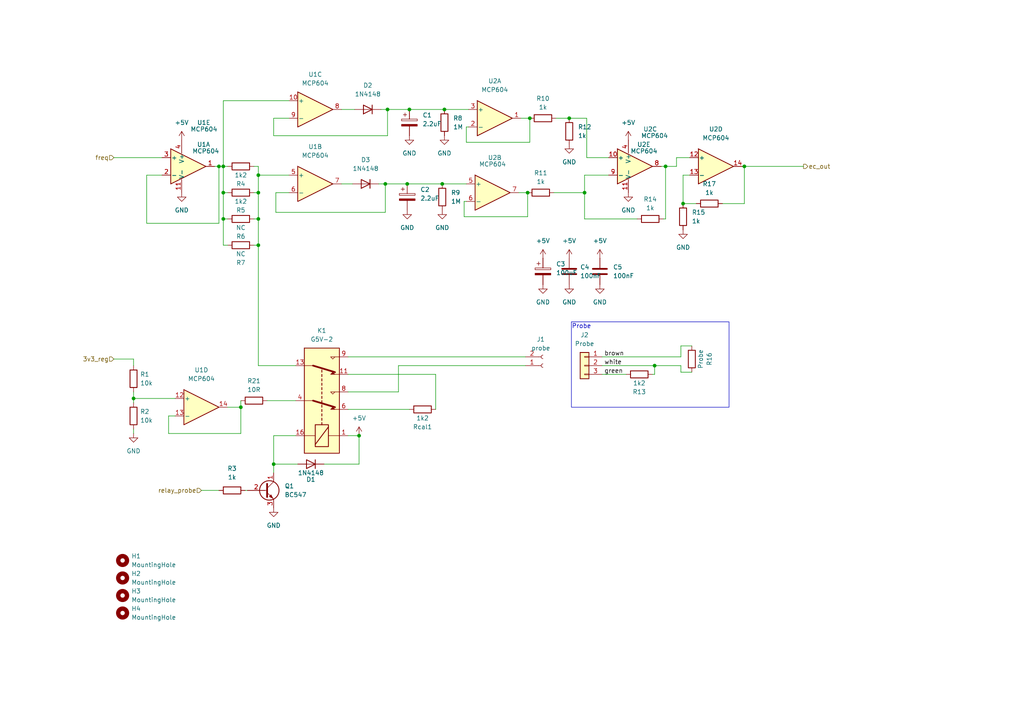
<source format=kicad_sch>
(kicad_sch (version 20231120) (generator "eeschema") (generator_version "8.0")
  (paper "A4")
  (lib_symbols
    (symbol "Amplifier_Operational:MCP604" (pin_names (offset 0.127))
      (property "Reference" "U" (at 0 5.08 0))
      (property "Value" "MCP604" (at 0 -5.08 0))
      (symbol "MCP604_1_1"
        (polyline (pts (xy -5.08 5.08) (xy 5.08 0) (xy -5.08 -5.08) (xy -5.08 5.08)) (stroke (width 0.254)) (fill (type background)))
        (pin output line (at 7.62 0 180) (length 2.54) (name "~") (number "1"))
        (pin input line (at -7.62 -2.54 0) (length 2.54) (name "-") (number "2"))
        (pin input line (at -7.62 2.54 0) (length 2.54) (name "+") (number "3"))
      )
      (symbol "MCP604_2_1"
        (polyline (pts (xy -5.08 5.08) (xy 5.08 0) (xy -5.08 -5.08) (xy -5.08 5.08)) (stroke (width 0.254)) (fill (type background)))
        (pin input line (at -7.62 2.54 0) (length 2.54) (name "+") (number "5"))
        (pin input line (at -7.62 -2.54 0) (length 2.54) (name "-") (number "6"))
        (pin output line (at 7.62 0 180) (length 2.54) (name "~") (number "7"))
      )
      (symbol "MCP604_3_1"
        (polyline (pts (xy -5.08 5.08) (xy 5.08 0) (xy -5.08 -5.08) (xy -5.08 5.08)) (stroke (width 0.254)) (fill (type background)))
        (pin input line (at -7.62 2.54 0) (length 2.54) (name "+") (number "10"))
        (pin output line (at 7.62 0 180) (length 2.54) (name "~") (number "8"))
        (pin input line (at -7.62 -2.54 0) (length 2.54) (name "-") (number "9"))
      )
      (symbol "MCP604_4_1"
        (polyline (pts (xy -5.08 5.08) (xy 5.08 0) (xy -5.08 -5.08) (xy -5.08 5.08)) (stroke (width 0.254)) (fill (type background)))
        (pin input line (at -7.62 2.54 0) (length 2.54) (name "+") (number "12"))
        (pin input line (at -7.62 -2.54 0) (length 2.54) (name "-") (number "13"))
        (pin output line (at 7.62 0 180) (length 2.54) (name "~") (number "14"))
      )
      (symbol "MCP604_5_1"
        (pin power_in line (at -2.54 -7.62 90) (length 3.81) (name "V-") (number "11"))
        (pin power_in line (at -2.54 7.62 270) (length 3.81) (name "V+") (number "4"))
      )
    )
    (symbol "Connector:Conn_01x02_Female" (pin_names (offset 1.016) hide)
      (property "Reference" "J" (at 0 2.54 0))
      (property "Value" "Conn_01x02_Female" (at 0 -5.08 0))
      (symbol "Conn_01x02_Female_1_1"
        (arc (start 0 -2.032) (mid -0.5058 -2.54) (end 0 -3.048) (stroke (width 0.1524)))
        (polyline (pts (xy -1.27 -2.54) (xy -0.508 -2.54)) (stroke (width 0.1524)))
        (polyline (pts (xy -1.27 0) (xy -0.508 0)) (stroke (width 0.1524)))
        (arc (start 0 0.508) (mid -0.5058 0) (end 0 -0.508) (stroke (width 0.1524)))
        (pin passive line (at -5.08 0 0) (length 3.81) (name "Pin_1") (number "1"))
        (pin passive line (at -5.08 -2.54 0) (length 3.81) (name "Pin_2") (number "2"))
      )
    )
    (symbol "Connector_Generic:Conn_01x03" (pin_names (offset 1.016) hide)
      (property "Reference" "J" (at 0 5.08 0))
      (property "Value" "Conn_01x03" (at 0 -5.08 0))
      (symbol "Conn_01x03_1_1"
        (rectangle (start -1.27 -2.413) (end 0 -2.667) (stroke (width 0.1524)))
        (rectangle (start -1.27 0.127) (end 0 -0.127) (stroke (width 0.1524)))
        (rectangle (start -1.27 2.667) (end 0 2.413) (stroke (width 0.1524)))
        (rectangle (start -1.27 3.81) (end 1.27 -3.81) (stroke (width 0.254)) (fill (type background)))
        (pin passive line (at -5.08 2.54 0) (length 3.81) (name "Pin_1") (number "1"))
        (pin passive line (at -5.08 0 0) (length 3.81) (name "Pin_2") (number "2"))
        (pin passive line (at -5.08 -2.54 0) (length 3.81) (name "Pin_3") (number "3"))
      )
    )
    (symbol "Device:C" (pin_numbers hide) (pin_names (offset 0.254))
      (property "Reference" "C" (at 0.635 2.54 0))
      (property "Value" "C" (at 0.635 -2.54 0))
      (symbol "C_0_1"
        (polyline (pts (xy -2.032 -0.762) (xy 2.032 -0.762)) (stroke (width 0.508)))
        (polyline (pts (xy -2.032 0.762) (xy 2.032 0.762)) (stroke (width 0.508)))
      )
      (symbol "C_1_1"
        (pin passive line (at 0 3.81 270) (length 2.794) (name "~") (number "1"))
        (pin passive line (at 0 -3.81 90) (length 2.794) (name "~") (number "2"))
      )
    )
    (symbol "Device:C_Polarized" (pin_numbers hide) (pin_names (offset 0.254))
      (property "Reference" "C" (at 0.635 2.54 0))
      (property "Value" "C_Polarized" (at 0.635 -2.54 0))
      (symbol "C_Polarized_0_1"
        (rectangle (start -2.286 0.508) (end 2.286 1.016))
        (polyline (pts (xy -1.778 2.286) (xy -0.762 2.286)))
        (polyline (pts (xy -1.27 2.794) (xy -1.27 1.778)))
        (rectangle (start 2.286 -0.508) (end -2.286 -1.016) (fill (type outline)))
      )
      (symbol "C_Polarized_1_1"
        (pin passive line (at 0 3.81 270) (length 2.794) (name "~") (number "1"))
        (pin passive line (at 0 -3.81 90) (length 2.794) (name "~") (number "2"))
      )
    )
    (symbol "Device:R" (pin_numbers hide) (pin_names (offset 0))
      (property "Reference" "R" (at 2.032 0 90))
      (property "Value" "R" (at 0 0 90))
      (symbol "R_0_1"
        (rectangle (start -1.016 -2.54) (end 1.016 2.54) (stroke (width 0.254)))
      )
      (symbol "R_1_1"
        (pin passive line (at 0 3.81 270) (length 1.27) (name "~") (number "1"))
        (pin passive line (at 0 -3.81 90) (length 1.27) (name "~") (number "2"))
      )
    )
    (symbol "Diode:1N4148" (pin_numbers hide) (pin_names hide)
      (property "Reference" "D" (at 0 2.54 0))
      (property "Value" "1N4148" (at 0 -2.54 0))
      (symbol "1N4148_0_1"
        (polyline (pts (xy -1.27 1.27) (xy -1.27 -1.27)) (stroke (width 0.254)))
        (polyline (pts (xy 1.27 0) (xy -1.27 0)))
        (polyline (pts (xy 1.27 1.27) (xy 1.27 -1.27) (xy -1.27 0) (xy 1.27 1.27)) (stroke (width 0.254)))
      )
      (symbol "1N4148_1_1"
        (pin passive line (at -3.81 0 0) (length 2.54) (name "K") (number "1"))
        (pin passive line (at 3.81 0 180) (length 2.54) (name "A") (number "2"))
      )
    )
    (symbol "Mechanical:MountingHole" (pin_names (offset 1.016)) (exclude_from_sim yes) (in_bom no)
      (property "Reference" "H" (at 0 5.08 0))
      (property "Value" "MountingHole" (at 0 3.175 0))
      (symbol "MountingHole_0_1"
        (circle (center 0 0) (radius 1.27) (stroke (width 1.27)))
      )
    )
    (symbol "Relay:G5V-2"
      (property "Reference" "K" (at 16.51 3.81 0))
      (property "Value" "G5V-2" (at 16.51 1.27 0))
      (symbol "G5V-2_0_1"
        (rectangle (start -15.24 5.08) (end 15.24 -5.08) (stroke (width 0.254)) (fill (type background)))
        (rectangle (start -13.335 1.905) (end -6.985 -1.905) (stroke (width 0.254)))
        (polyline (pts (xy -12.7 -1.905) (xy -7.62 1.905)) (stroke (width 0.254)))
        (polyline (pts (xy -10.16 -5.08) (xy -10.16 -1.905)))
        (polyline (pts (xy -10.16 5.08) (xy -10.16 1.905)))
        (polyline (pts (xy -6.985 0) (xy -6.35 0)) (stroke (width 0.254)))
        (polyline (pts (xy -5.715 0) (xy -5.08 0)) (stroke (width 0.254)))
        (polyline (pts (xy -4.445 0) (xy -3.81 0)) (stroke (width 0.254)))
        (polyline (pts (xy -3.175 0) (xy -2.54 0)) (stroke (width 0.254)))
        (polyline (pts (xy -1.905 0) (xy -1.27 0)) (stroke (width 0.254)))
        (polyline (pts (xy -0.635 0) (xy 0 0)) (stroke (width 0.254)))
        (polyline (pts (xy 0 -2.54) (xy -1.905 3.81)) (stroke (width 0.508)))
        (polyline (pts (xy 0 -2.54) (xy 0 -5.08)))
        (polyline (pts (xy 0.635 0) (xy 1.27 0)) (stroke (width 0.254)))
        (polyline (pts (xy 1.905 0) (xy 2.54 0)) (stroke (width 0.254)))
        (polyline (pts (xy 3.175 0) (xy 3.81 0)) (stroke (width 0.254)))
        (polyline (pts (xy 4.445 0) (xy 5.08 0)) (stroke (width 0.254)))
        (polyline (pts (xy 5.715 0) (xy 6.35 0)) (stroke (width 0.254)))
        (polyline (pts (xy 6.985 0) (xy 7.62 0)) (stroke (width 0.254)))
        (polyline (pts (xy 8.255 0) (xy 8.89 0)) (stroke (width 0.254)))
        (polyline (pts (xy 10.16 -2.54) (xy 8.255 3.81)) (stroke (width 0.508)))
        (polyline (pts (xy 10.16 -2.54) (xy 10.16 -5.08)))
        (polyline (pts (xy -2.54 5.08) (xy -2.54 2.54) (xy -1.905 3.175) (xy -2.54 3.81)) (fill (type outline)))
        (polyline (pts (xy 2.54 5.08) (xy 2.54 2.54) (xy 1.905 3.175) (xy 2.54 3.81)))
        (polyline (pts (xy 7.62 5.08) (xy 7.62 2.54) (xy 8.255 3.175) (xy 7.62 3.81)) (fill (type outline)))
        (polyline (pts (xy 12.7 5.08) (xy 12.7 2.54) (xy 12.065 3.175) (xy 12.7 3.81)))
      )
      (symbol "G5V-2_1_1"
        (pin passive line (at -10.16 7.62 270) (length 2.54) (name "~") (number "1"))
        (pin passive line (at 7.62 7.62 270) (length 2.54) (name "~") (number "11"))
        (pin passive line (at 10.16 -7.62 90) (length 2.54) (name "~") (number "13"))
        (pin passive line (at -10.16 -7.62 90) (length 2.54) (name "~") (number "16"))
        (pin passive line (at 0 -7.62 90) (length 2.54) (name "~") (number "4"))
        (pin passive line (at -2.54 7.62 270) (length 2.54) (name "~") (number "6"))
        (pin passive line (at 2.54 7.62 270) (length 2.54) (name "~") (number "8"))
        (pin passive line (at 12.7 7.62 270) (length 2.54) (name "~") (number "9"))
      )
    )
    (symbol "Transistor_BJT:BC547" (pin_names (offset 0) hide)
      (property "Reference" "Q" (at 5.08 1.905 0))
      (property "Value" "BC547" (at 5.08 0 0))
      (symbol "BC547_0_1"
        (polyline (pts (xy 0 0) (xy 0.635 0)))
        (polyline (pts (xy 0.635 0.635) (xy 2.54 2.54)))
        (polyline (pts (xy 0.635 -0.635) (xy 2.54 -2.54) (xy 2.54 -2.54)))
        (polyline (pts (xy 0.635 1.905) (xy 0.635 -1.905) (xy 0.635 -1.905)) (stroke (width 0.508)))
        (polyline (pts (xy 1.27 -1.778) (xy 1.778 -1.27) (xy 2.286 -2.286) (xy 1.27 -1.778) (xy 1.27 -1.778)) (fill (type outline)))
        (circle (center 1.27 0) (radius 2.8194) (stroke (width 0.254)))
      )
      (symbol "BC547_1_1"
        (pin passive line (at 2.54 5.08 270) (length 2.54) (name "C") (number "1"))
        (pin input line (at -5.08 0 0) (length 5.08) (name "B") (number "2"))
        (pin passive line (at 2.54 -5.08 90) (length 2.54) (name "E") (number "3"))
      )
    )
    (symbol "power:+5V" (power) (pin_numbers hide) (pin_names (offset 0) hide)
      (property "Value" "+5V" (at 0 3.556 0))
      (symbol "+5V_0_1"
        (polyline (pts (xy -0.762 1.27) (xy 0 2.54)))
        (polyline (pts (xy 0 0) (xy 0 2.54)))
        (polyline (pts (xy 0 2.54) (xy 0.762 1.27)))
      )
      (symbol "+5V_1_1"
        (pin power_in line (at 0 0 90) (length 0) (name "~") (number "1"))
      )
    )
    (symbol "power:GND" (power) (pin_names (offset 0))
      (property "Value" "GND" (at 0 -3.81 0))
      (symbol "GND_0_1"
        (polyline (pts (xy 0 0) (xy 0 -1.27) (xy 1.27 -1.27) (xy 0 -2.54) (xy -1.27 -1.27) (xy 0 -1.27)))
      )
      (symbol "GND_1_1"
        (pin power_in line (at 0 0 270) (length 0) hide (name "GND") (number "1"))
      )
    )
  )
  (junction (at 111.76 53.34))
  (junction (at 69.85 118.11))
  (junction (at 74.93 71.12))
  (junction (at 38.735 115.57))
  (junction (at 169.545 55.88))
  (junction (at 74.93 50.8))
  (junction (at 74.93 63.5))
  (junction (at 128.27 53.34))
  (junction (at 64.77 48.26))
  (junction (at 128.905 31.75))
  (junction (at 153.67 34.29))
  (junction (at 64.77 63.5))
  (junction (at 64.77 55.88))
  (junction (at 63.5 48.26))
  (junction (at 198.12 59.055))
  (junction (at 189.865 106.045))
  (junction (at 215.9 48.26))
  (junction (at 118.11 53.34))
  (junction (at 74.93 55.88))
  (junction (at 104.14 126.365))
  (junction (at 112.395 31.75))
  (junction (at 193.04 48.26))
  (junction (at 118.745 31.75))
  (junction (at 153.035 55.88))
  (junction (at 79.375 134.62))
  (junction (at 165.1 34.29))
  (wire (pts (xy 38.735 115.57) (xy 38.735 116.84)))
  (wire (pts (xy 165.1 34.29) (xy 170.18 34.29)))
  (wire (pts (xy 79.375 34.29) (xy 79.375 39.37)))
  (wire (pts (xy 77.47 116.205) (xy 85.725 116.205)))
  (wire (pts (xy 74.93 48.26) (xy 74.93 50.8)))
  (wire (pts (xy 193.04 48.26) (xy 196.215 48.26)))
  (wire (pts (xy 58.42 142.24) (xy 63.5 142.24)))
  (wire (pts (xy 118.745 31.75) (xy 128.905 31.75)))
  (wire (pts (xy 150.495 55.88) (xy 153.035 55.88)))
  (wire (pts (xy 74.93 50.8) (xy 74.93 55.88)))
  (wire (pts (xy 64.77 63.5) (xy 64.77 55.88)))
  (wire (pts (xy 99.06 31.75) (xy 102.87 31.75)))
  (wire (pts (xy 80.01 61.595) (xy 80.01 55.88)))
  (wire (pts (xy 196.215 45.72) (xy 200.025 45.72)))
  (wire (pts (xy 42.545 64.77) (xy 42.545 50.8)))
  (wire (pts (xy 62.23 48.26) (xy 63.5 48.26)))
  (wire (pts (xy 112.395 31.75) (xy 118.745 31.75)))
  (wire (pts (xy 66.04 118.11) (xy 69.85 118.11)))
  (wire (pts (xy 66.04 71.12) (xy 64.77 71.12)))
  (wire (pts (xy 192.405 63.5) (xy 193.04 63.5)))
  (wire (pts (xy 126.365 108.585) (xy 126.365 118.745)))
  (wire (pts (xy 48.895 125.73) (xy 48.895 120.65)))
  (wire (pts (xy 63.5 48.26) (xy 63.5 64.77)))
  (wire (pts (xy 100.965 103.505) (xy 152.4 103.505)))
  (wire (pts (xy 42.545 50.8) (xy 46.99 50.8)))
  (wire (pts (xy 170.18 34.29) (xy 170.18 45.72)))
  (wire (pts (xy 79.375 39.37) (xy 112.395 39.37)))
  (wire (pts (xy 64.77 71.12) (xy 64.77 63.5)))
  (wire (pts (xy 153.035 55.88) (xy 153.035 62.865)))
  (wire (pts (xy 80.01 55.88) (xy 83.82 55.88)))
  (wire (pts (xy 115.57 106.045) (xy 115.57 113.665)))
  (wire (pts (xy 69.85 116.205) (xy 69.85 118.11)))
  (wire (pts (xy 197.485 107.95) (xy 200.66 107.95)))
  (wire (pts (xy 128.27 53.34) (xy 135.255 53.34)))
  (wire (pts (xy 100.965 108.585) (xy 126.365 108.585)))
  (wire (pts (xy 63.5 48.26) (xy 64.77 48.26)))
  (wire (pts (xy 83.82 50.8) (xy 74.93 50.8)))
  (wire (pts (xy 197.485 106.045) (xy 197.485 107.95)))
  (wire (pts (xy 79.375 137.16) (xy 79.375 134.62)))
  (wire (pts (xy 79.375 134.62) (xy 86.36 134.62)))
  (wire (pts (xy 135.255 41.275) (xy 135.255 36.83)))
  (wire (pts (xy 33.02 104.14) (xy 38.735 104.14)))
  (wire (pts (xy 73.66 71.12) (xy 74.93 71.12)))
  (wire (pts (xy 215.9 59.055) (xy 215.9 48.26)))
  (wire (pts (xy 209.55 59.055) (xy 215.9 59.055)))
  (wire (pts (xy 74.93 55.88) (xy 74.93 63.5)))
  (wire (pts (xy 151.13 34.29) (xy 153.67 34.29)))
  (wire (pts (xy 99.06 53.34) (xy 102.235 53.34)))
  (wire (pts (xy 64.77 48.26) (xy 64.77 29.21)))
  (wire (pts (xy 79.375 134.62) (xy 79.375 126.365)))
  (wire (pts (xy 118.745 118.745) (xy 100.965 118.745)))
  (wire (pts (xy 160.655 55.88) (xy 169.545 55.88)))
  (wire (pts (xy 93.98 134.62) (xy 104.14 134.62)))
  (wire (pts (xy 74.93 71.12) (xy 74.93 106.045)))
  (wire (pts (xy 184.785 63.5) (xy 169.545 63.5)))
  (wire (pts (xy 189.865 106.045) (xy 189.865 108.585)))
  (wire (pts (xy 215.9 48.26) (xy 215.265 48.26)))
  (wire (pts (xy 135.255 36.83) (xy 135.89 36.83)))
  (wire (pts (xy 170.18 45.72) (xy 176.53 45.72)))
  (wire (pts (xy 85.725 106.045) (xy 74.93 106.045)))
  (wire (pts (xy 152.4 106.045) (xy 115.57 106.045)))
  (wire (pts (xy 38.735 104.14) (xy 38.735 106.045)))
  (wire (pts (xy 134.62 58.42) (xy 135.255 58.42)))
  (wire (pts (xy 73.66 48.26) (xy 74.93 48.26)))
  (wire (pts (xy 66.04 63.5) (xy 64.77 63.5)))
  (wire (pts (xy 193.04 63.5) (xy 193.04 48.26)))
  (wire (pts (xy 198.12 50.8) (xy 198.12 59.055)))
  (wire (pts (xy 200.025 50.8) (xy 198.12 50.8)))
  (wire (pts (xy 71.12 142.24) (xy 71.755 142.24)))
  (wire (pts (xy 189.865 106.045) (xy 197.485 106.045)))
  (wire (pts (xy 48.895 120.65) (xy 50.8 120.65)))
  (wire (pts (xy 66.04 55.88) (xy 64.77 55.88)))
  (wire (pts (xy 33.02 45.72) (xy 46.99 45.72)))
  (wire (pts (xy 169.545 55.88) (xy 169.545 63.5)))
  (wire (pts (xy 174.625 106.045) (xy 189.865 106.045)))
  (wire (pts (xy 79.375 126.365) (xy 85.725 126.365)))
  (wire (pts (xy 73.66 63.5) (xy 74.93 63.5)))
  (wire (pts (xy 174.625 108.585) (xy 181.61 108.585)))
  (wire (pts (xy 83.82 34.29) (xy 79.375 34.29)))
  (wire (pts (xy 215.9 48.26) (xy 233.045 48.26)))
  (wire (pts (xy 74.93 63.5) (xy 74.93 71.12)))
  (wire (pts (xy 111.76 53.34) (xy 118.11 53.34)))
  (wire (pts (xy 169.545 50.8) (xy 176.53 50.8)))
  (wire (pts (xy 174.625 103.505) (xy 197.485 103.505)))
  (wire (pts (xy 115.57 113.665) (xy 100.965 113.665)))
  (wire (pts (xy 69.85 118.11) (xy 69.85 125.73)))
  (wire (pts (xy 169.545 55.88) (xy 169.545 50.8)))
  (wire (pts (xy 111.76 61.595) (xy 80.01 61.595)))
  (wire (pts (xy 198.12 59.055) (xy 201.93 59.055)))
  (wire (pts (xy 112.395 39.37) (xy 112.395 31.75)))
  (wire (pts (xy 104.14 134.62) (xy 104.14 126.365)))
  (wire (pts (xy 134.62 62.865) (xy 134.62 58.42)))
  (wire (pts (xy 64.77 55.88) (xy 64.77 48.26)))
  (wire (pts (xy 69.85 125.73) (xy 48.895 125.73)))
  (wire (pts (xy 63.5 64.77) (xy 42.545 64.77)))
  (wire (pts (xy 128.905 31.75) (xy 135.89 31.75)))
  (wire (pts (xy 161.29 34.29) (xy 165.1 34.29)))
  (wire (pts (xy 193.04 48.26) (xy 191.77 48.26)))
  (wire (pts (xy 197.485 100.33) (xy 197.485 103.505)))
  (wire (pts (xy 64.77 29.21) (xy 83.82 29.21)))
  (wire (pts (xy 118.11 53.34) (xy 128.27 53.34)))
  (wire (pts (xy 38.735 124.46) (xy 38.735 125.73)))
  (wire (pts (xy 109.855 53.34) (xy 111.76 53.34)))
  (wire (pts (xy 38.735 113.665) (xy 38.735 115.57)))
  (wire (pts (xy 73.66 55.88) (xy 74.93 55.88)))
  (wire (pts (xy 153.035 62.865) (xy 134.62 62.865)))
  (wire (pts (xy 38.735 115.57) (xy 50.8 115.57)))
  (wire (pts (xy 189.865 108.585) (xy 189.23 108.585)))
  (wire (pts (xy 64.77 48.26) (xy 66.04 48.26)))
  (wire (pts (xy 111.76 53.34) (xy 111.76 61.595)))
  (wire (pts (xy 100.965 126.365) (xy 104.14 126.365)))
  (wire (pts (xy 200.66 100.33) (xy 197.485 100.33)))
  (wire (pts (xy 153.67 34.29) (xy 153.67 41.275)))
  (wire (pts (xy 112.395 31.75) (xy 110.49 31.75)))
  (wire (pts (xy 196.215 48.26) (xy 196.215 45.72)))
  (wire (pts (xy 153.67 41.275) (xy 135.255 41.275)))
  (rectangle (start 165.735 93.345) (end 211.455 118.11))
  (text "Probe" (at 168.656 94.742 0) (effects (font (size 1.27 1.27))))
  (label "white" (at 175.26 106.045 0))
  (label "green" (at 175.26 108.585 0))
  (label "brown" (at 175.26 103.505 0))
  (hierarchical_label "freq" (shape input) (at 33.02 45.72 180))
  (hierarchical_label "relay_probe" (shape input) (at 58.42 142.24 180))
  (hierarchical_label "ec_out" (shape output) (at 233.045 48.26 0))
  (hierarchical_label "3v3_reg" (shape input) (at 33.02 104.14 180))
  (symbol (lib_id "Device:C_Polarized") (at 118.11 57.15 0) (unit 1)
    (property "Reference" "C2" (at 121.92 54.9909 0) (effects (justify left)))
    (property "Value" "2.2uF" (at 121.92 57.5309 0) (effects (justify left)))
    (property "Footprint" "Capacitor_THT:CP_Radial_Tantal_D5.0mm_P2.50mm" (effects (hide yes)))
  )
  (symbol (lib_id "Device:R") (at 67.31 142.24 90) (unit 1)
    (property "Reference" "R3" (at 67.31 135.89 90))
    (property "Value" "1k" (at 67.31 138.43 90))
    (property "Footprint" "Resistor_SMD:R_0603_1608Metric_Pad0.98x0.95mm_HandSolder" (effects (hide yes)))
  )
  (symbol (lib_id "Device:R") (at 205.74 59.055 90) (unit 1)
    (property "Reference" "R17" (at 205.74 53.34 90))
    (property "Value" "1k" (at 205.74 55.88 90))
    (property "Footprint" "Resistor_SMD:R_0603_1608Metric_Pad0.98x0.95mm_HandSolder" (effects (hide yes)))
  )
  (symbol (lib_id "power:GND") (at 38.735 125.73 0) (unit 1)
    (property "Reference" "#PWR02" (effects (hide yes)))
    (property "Value" "GND" (at 38.735 130.81 0))
  )
  (symbol (lib_id "power:+5V") (at 182.245 40.64 0) (unit 1)
    (property "Reference" "#PWR016" (effects (hide yes)))
    (property "Value" "+5V" (at 182.245 35.56 0))
    (property "Description" "Power symbol creates a global label with name \"+5V\"" (effects (hide yes)))
  )
  (symbol (lib_id "power:+5V") (at 173.99 74.93 0) (unit 1)
    (property "Reference" "#PWR014" (effects (hide yes)))
    (property "Value" "+5V" (at 173.99 69.85 0))
    (property "Description" "Power symbol creates a global label with name \"+5V\"" (effects (hide yes)))
  )
  (symbol (lib_id "Device:C_Polarized") (at 157.48 78.74 0) (unit 1)
    (property "Reference" "C3" (at 161.29 76.5809 0) (effects (justify left)))
    (property "Value" "100uF" (at 161.29 79.1209 0) (effects (justify left)))
    (property "Footprint" "Capacitor_THT:CP_Radial_D10.0mm_P5.00mm" (effects (hide yes)))
  )
  (symbol (lib_id "Mechanical:MountingHole") (at 35.56 177.8 0) (unit 1) (exclude_from_sim yes) (in_bom no)
    (property "Reference" "H4" (at 38.1 176.5299 0) (effects (justify left)))
    (property "Value" "MountingHole" (at 38.1 179.0699 0) (effects (justify left)))
    (property "Footprint" "MountingHole:MountingHole_3.2mm_M3" (effects (hide yes)))
    (property "Description" "Mounting Hole without connection" (effects (hide yes)))
  )
  (symbol (lib_id "Amplifier_Operational:MCP604") (at 142.875 55.88 0) (unit 2)
    (property "Reference" "U2" (at 143.51 45.72 0))
    (property "Value" "MCP604" (at 142.875 47.625 0))
    (property "Footprint" "Package_SO:SOIC-14_3.9x8.7mm_P1.27mm" (effects (hide yes)))
    (property "Datasheet" "http://ww1.microchip.com/downloads/en/DeviceDoc/21314g.pdf" (effects (hide yes)))
  )
  (symbol (lib_id "Amplifier_Operational:MCP604") (at 91.44 53.34 0) (unit 2)
    (property "Reference" "U1" (at 91.44 42.545 0))
    (property "Value" "MCP604" (at 91.44 45.085 0))
    (property "Footprint" "Package_SO:SOIC-14_3.9x8.7mm_P1.27mm" (effects (hide yes)))
    (property "Datasheet" "http://ww1.microchip.com/downloads/en/DeviceDoc/21314g.pdf" (effects (hide yes)))
  )
  (symbol (lib_id "power:GND") (at 52.705 55.88 0) (unit 1)
    (property "Reference" "#PWR04" (effects (hide yes)))
    (property "Value" "GND" (at 52.705 60.96 0))
  )
  (symbol (lib_id "Amplifier_Operational:MCP604") (at 91.44 31.75 0) (unit 3)
    (property "Reference" "U1" (at 91.44 21.59 0))
    (property "Value" "MCP604" (at 91.44 24.13 0))
    (property "Footprint" "Package_SO:SOIC-14_3.9x8.7mm_P1.27mm" (effects (hide yes)))
    (property "Datasheet" "http://ww1.microchip.com/downloads/en/DeviceDoc/21314g.pdf" (effects (hide yes)))
  )
  (symbol (lib_id "Device:R") (at 69.85 48.26 90) (unit 1)
    (property "Reference" "R4" (at 69.85 53.34 90))
    (property "Value" "1k2" (at 69.85 50.8 90))
    (property "Footprint" "Resistor_THT:R_Axial_DIN0207_L6.3mm_D2.5mm_P10.16mm_Horizontal" (effects (hide yes)))
  )
  (symbol (lib_id "Transistor_BJT:BC547") (at 76.835 142.24 0) (unit 1)
    (property "Reference" "Q1" (at 82.55 140.9699 0) (effects (justify left)))
    (property "Value" "BC547" (at 82.55 143.5099 0) (effects (justify left)))
    (property "Footprint" "Package_TO_SOT_THT:TO-92_HandSolder" (effects (hide yes)))
    (property "Datasheet" "https://www.onsemi.com/pub/Collateral/BC550-D.pdf" (effects (hide yes)))
  )
  (symbol (lib_id "Mechanical:MountingHole") (at 35.56 162.56 0) (unit 1) (exclude_from_sim yes) (in_bom no)
    (property "Reference" "H1" (at 38.1 161.2899 0) (effects (justify left)))
    (property "Value" "MountingHole" (at 38.1 163.8299 0) (effects (justify left)))
    (property "Footprint" "MountingHole:MountingHole_3.2mm_M3" (effects (hide yes)))
    (property "Description" "Mounting Hole without connection" (effects (hide yes)))
  )
  (symbol (lib_id "Device:R") (at 188.595 63.5 90) (unit 1)
    (property "Reference" "R14" (at 188.595 57.785 90))
    (property "Value" "1k" (at 188.595 60.325 90))
    (property "Footprint" "Resistor_SMD:R_0603_1608Metric_Pad0.98x0.95mm_HandSolder" (effects (hide yes)))
  )
  (symbol (lib_id "Diode:1N4148") (at 106.68 31.75 180) (unit 1)
    (property "Reference" "D2" (at 106.68 24.765 0))
    (property "Value" "1N4148" (at 106.68 27.305 0))
    (property "Footprint" "Diode_THT:D_DO-35_SOD27_P12.70mm_Horizontal" (effects (hide yes)))
    (property "Datasheet" "https://assets.nexperia.com/documents/data-sheet/1N4148_1N4448.pdf" (effects (hide yes)))
  )
  (symbol (lib_id "power:GND") (at 128.905 39.37 0) (unit 1)
    (property "Reference" "#PWR09" (effects (hide yes)))
    (property "Value" "GND" (at 128.905 44.45 0))
  )
  (symbol (lib_id "Device:R") (at 38.735 109.855 180) (unit 1)
    (property "Reference" "R1" (at 40.64 108.5849 0) (effects (justify right)))
    (property "Value" "10k" (at 40.64 111.1249 0) (effects (justify right)))
    (property "Footprint" "Resistor_SMD:R_0603_1608Metric_Pad0.98x0.95mm_HandSolder" (effects (hide yes)))
  )
  (symbol (lib_id "power:GND") (at 165.1 82.55 0) (unit 1)
    (property "Reference" "#PWR015" (effects (hide yes)))
    (property "Value" "GND" (at 165.1 87.63 0))
  )
  (symbol (lib_id "Device:C") (at 165.1 78.74 0) (unit 1)
    (property "Reference" "C4" (at 168.275 77.4699 0) (effects (justify left)))
    (property "Value" "100nF" (at 168.275 80.0099 0) (effects (justify left)))
    (property "Footprint" "Capacitor_THT:C_Disc_D3.4mm_W2.1mm_P2.50mm" (effects (hide yes)))
  )
  (symbol (lib_id "Device:R") (at 128.27 57.15 180) (unit 1)
    (property "Reference" "R9" (at 130.81 55.8799 0) (effects (justify right)))
    (property "Value" "1M" (at 130.81 58.4199 0) (effects (justify right)))
    (property "Footprint" "Resistor_SMD:R_0603_1608Metric_Pad0.98x0.95mm_HandSolder" (effects (hide yes)))
  )
  (symbol (lib_id "Device:C_Polarized") (at 118.745 35.56 0) (unit 1)
    (property "Reference" "C1" (at 122.555 33.4009 0) (effects (justify left)))
    (property "Value" "2.2uF" (at 122.555 35.9409 0) (effects (justify left)))
    (property "Footprint" "Capacitor_THT:CP_Radial_Tantal_D4.5mm_P2.50mm" (effects (hide yes)))
  )
  (symbol (lib_id "power:GND") (at 128.27 60.96 0) (unit 1)
    (property "Reference" "#PWR010" (effects (hide yes)))
    (property "Value" "GND" (at 128.27 66.04 0))
  )
  (symbol (lib_id "Device:R") (at 69.85 71.12 90) (unit 1)
    (property "Reference" "R7" (at 69.85 76.2 90))
    (property "Value" "NC" (at 69.85 73.66 90))
    (property "Footprint" "Resistor_THT:R_Axial_DIN0207_L6.3mm_D2.5mm_P10.16mm_Horizontal" (effects (hide yes)))
  )
  (symbol (lib_id "Device:R") (at 69.85 55.88 90) (unit 1)
    (property "Reference" "R5" (at 69.85 60.96 90))
    (property "Value" "1k2" (at 69.85 58.42 90))
    (property "Footprint" "Resistor_THT:R_Axial_DIN0207_L6.3mm_D2.5mm_P10.16mm_Horizontal" (effects (hide yes)))
  )
  (symbol (lib_id "power:GND") (at 157.48 82.55 0) (unit 1)
    (property "Reference" "#PWR012" (effects (hide yes)))
    (property "Value" "GND" (at 157.48 87.63 0))
  )
  (symbol (lib_id "power:+5V") (at 165.1 74.93 0) (unit 1)
    (property "Reference" "#PWR011" (effects (hide yes)))
    (property "Value" "+5V" (at 165.1 69.85 0))
    (property "Description" "Power symbol creates a global label with name \"+5V\"" (effects (hide yes)))
  )
  (symbol (lib_id "Device:R") (at 200.66 104.14 180) (unit 1) (in_bom no) (on_board no)
    (property "Reference" "R16" (at 205.74 104.14 90))
    (property "Value" "Probe" (at 203.2 104.14 90))
  )
  (symbol (lib_id "Diode:1N4148") (at 106.045 53.34 180) (unit 1)
    (property "Reference" "D3" (at 106.045 46.355 0))
    (property "Value" "1N4148" (at 106.045 48.895 0))
    (property "Footprint" "Diode_THT:D_DO-35_SOD27_P12.70mm_Horizontal" (effects (hide yes)))
    (property "Datasheet" "https://assets.nexperia.com/documents/data-sheet/1N4148_1N4448.pdf" (effects (hide yes)))
  )
  (symbol (lib_id "power:GND") (at 182.245 55.88 0) (unit 1)
    (property "Reference" "#PWR019" (effects (hide yes)))
    (property "Value" "GND" (at 182.245 60.96 0))
  )
  (symbol (lib_id "power:GND") (at 79.375 147.32 0) (unit 1)
    (property "Reference" "#PWR05" (effects (hide yes)))
    (property "Value" "GND" (at 79.375 152.4 0))
  )
  (symbol (lib_id "Connector_Generic:Conn_01x03") (at 169.545 106.045 0) (mirror y) (unit 1) (in_bom no) (on_board no)
    (property "Reference" "J2" (at 169.545 97.155 0))
    (property "Value" "Probe" (at 169.545 99.695 0))
  )
  (symbol (lib_id "Device:R") (at 156.845 55.88 90) (unit 1)
    (property "Reference" "R11" (at 156.845 50.165 90))
    (property "Value" "1k" (at 156.845 52.705 90))
    (property "Footprint" "Resistor_SMD:R_0603_1608Metric_Pad0.98x0.95mm_HandSolder" (effects (hide yes)))
  )
  (symbol (lib_id "Mechanical:MountingHole") (at 35.56 172.72 0) (unit 1) (exclude_from_sim yes) (in_bom no)
    (property "Reference" "H3" (at 38.1 171.4499 0) (effects (justify left)))
    (property "Value" "MountingHole" (at 38.1 173.9899 0) (effects (justify left)))
    (property "Footprint" "MountingHole:MountingHole_3.2mm_M3" (effects (hide yes)))
    (property "Description" "Mounting Hole without connection" (effects (hide yes)))
  )
  (symbol (lib_id "Device:R") (at 165.1 38.1 0) (unit 1)
    (property "Reference" "R12" (at 167.64 36.8299 0) (effects (justify left)))
    (property "Value" "1k" (at 167.64 39.3699 0) (effects (justify left)))
    (property "Footprint" "Resistor_SMD:R_0603_1608Metric_Pad0.98x0.95mm_HandSolder" (effects (hide yes)))
  )
  (symbol (lib_id "power:GND") (at 118.745 39.37 0) (unit 1)
    (property "Reference" "#PWR07" (effects (hide yes)))
    (property "Value" "GND" (at 118.745 44.45 0))
  )
  (symbol (lib_id "Relay:G5V-2") (at 93.345 116.205 270) (mirror x) (unit 1)
    (property "Reference" "K1" (at 93.345 95.885 90))
    (property "Value" "G5V-2" (at 93.345 98.425 90))
    (property "Footprint" "Relay_THT:Relay_DPDT_Omron_G5V-2" (effects (hide yes)))
    (property "Datasheet" "http://omronfs.omron.com/en_US/ecb/products/pdf/en-g5v_2.pdf" (effects (hide yes)))
  )
  (symbol (lib_id "Amplifier_Operational:MCP604") (at 184.15 48.26 0) (unit 3)
    (property "Reference" "U2" (at 188.595 37.465 0))
    (property "Value" "MCP604" (at 189.865 39.37 0))
    (property "Footprint" "Package_SO:SOIC-14_3.9x8.7mm_P1.27mm" (effects (hide yes)))
    (property "Datasheet" "http://ww1.microchip.com/downloads/en/DeviceDoc/21314g.pdf" (effects (hide yes)))
  )
  (symbol (lib_id "Connector:Conn_01x02_Female") (at 157.48 106.045 0) (mirror x) (unit 1)
    (property "Reference" "J1" (at 156.845 98.425 0))
    (property "Value" "probe" (at 156.845 100.965 0))
    (property "Footprint" "TerminalBlock:TerminalBlock_bornier-2_P5.08mm" (effects (hide yes)))
  )
  (symbol (lib_id "Device:R") (at 73.66 116.205 90) (unit 1)
    (property "Reference" "R21" (at 73.66 110.49 90))
    (property "Value" "10R" (at 73.66 113.03 90))
    (property "Footprint" "Resistor_THT:R_Axial_DIN0207_L6.3mm_D2.5mm_P10.16mm_Horizontal" (effects (hide yes)))
  )
  (symbol (lib_id "Amplifier_Operational:MCP604") (at 58.42 118.11 0) (unit 4)
    (property "Reference" "U1" (at 58.42 107.315 0))
    (property "Value" "MCP604" (at 58.42 109.855 0))
    (property "Footprint" "Package_SO:SOIC-14_3.9x8.7mm_P1.27mm" (effects (hide yes)))
    (property "Datasheet" "http://ww1.microchip.com/downloads/en/DeviceDoc/21314g.pdf" (effects (hide yes)))
  )
  (symbol (lib_id "Device:R") (at 69.85 63.5 90) (unit 1)
    (property "Reference" "R6" (at 69.85 68.58 90))
    (property "Value" "NC" (at 69.85 66.04 90))
    (property "Footprint" "Resistor_THT:R_Axial_DIN0207_L6.3mm_D2.5mm_P10.16mm_Horizontal" (effects (hide yes)))
  )
  (symbol (lib_id "Amplifier_Operational:MCP604") (at 55.245 48.26 0) (unit 5)
    (property "Reference" "U1" (at 57.15 35.56 0) (effects (justify left)))
    (property "Value" "MCP604" (at 55.245 37.465 0) (effects (justify left)))
    (property "Footprint" "Package_SO:SOIC-14_3.9x8.7mm_P1.27mm" (effects (hide yes)))
    (property "Datasheet" "http://ww1.microchip.com/downloads/en/DeviceDoc/21314g.pdf" (effects (hide yes)))
  )
  (symbol (lib_id "power:GND") (at 198.12 66.675 0) (unit 1)
    (property "Reference" "#PWR020" (effects (hide yes)))
    (property "Value" "GND" (at 198.12 71.755 0))
  )
  (symbol (lib_id "power:GND") (at 165.1 41.91 0) (unit 1)
    (property "Reference" "#PWR013" (effects (hide yes)))
    (property "Value" "GND" (at 165.1 46.99 0))
  )
  (symbol (lib_id "Amplifier_Operational:MCP604") (at 54.61 48.26 0) (unit 1)
    (property "Reference" "U1" (at 59.055 41.91 0))
    (property "Value" "MCP604" (at 59.69 43.815 0))
    (property "Footprint" "Package_SO:SOIC-14_3.9x8.7mm_P1.27mm" (effects (hide yes)))
    (property "Datasheet" "http://ww1.microchip.com/downloads/en/DeviceDoc/21314g.pdf" (effects (hide yes)))
  )
  (symbol (lib_id "power:+5V") (at 52.705 40.64 0) (unit 1)
    (property "Reference" "#PWR018" (effects (hide yes)))
    (property "Value" "+5V" (at 52.705 35.56 0))
    (property "Description" "Power symbol creates a global label with name \"+5V\"" (effects (hide yes)))
  )
  (symbol (lib_id "power:GND") (at 118.11 60.96 0) (unit 1)
    (property "Reference" "#PWR08" (effects (hide yes)))
    (property "Value" "GND" (at 118.11 66.04 0))
  )
  (symbol (lib_id "Amplifier_Operational:MCP604") (at 184.785 48.26 0) (unit 5)
    (property "Reference" "U2" (at 184.785 41.91 0) (effects (justify left)))
    (property "Value" "MCP604" (at 182.88 43.815 0) (effects (justify left)))
    (property "Footprint" "Package_SO:SOIC-14_3.9x8.7mm_P1.27mm" (effects (hide yes)))
    (property "Datasheet" "http://ww1.microchip.com/downloads/en/DeviceDoc/21314g.pdf" (effects (hide yes)))
  )
  (symbol (lib_id "Amplifier_Operational:MCP604") (at 143.51 34.29 0) (unit 1)
    (property "Reference" "U2" (at 143.51 23.495 0))
    (property "Value" "MCP604" (at 143.51 26.035 0))
    (property "Footprint" "Package_SO:SOIC-14_3.9x8.7mm_P1.27mm" (effects (hide yes)))
    (property "Datasheet" "http://ww1.microchip.com/downloads/en/DeviceDoc/21314g.pdf" (effects (hide yes)))
  )
  (symbol (lib_id "power:GND") (at 173.99 82.55 0) (unit 1)
    (property "Reference" "#PWR017" (effects (hide yes)))
    (property "Value" "GND" (at 173.99 87.63 0))
  )
  (symbol (lib_id "Device:R") (at 198.12 62.865 180) (unit 1)
    (property "Reference" "R15" (at 200.66 61.5949 0) (effects (justify right)))
    (property "Value" "1k" (at 200.66 64.1349 0) (effects (justify right)))
    (property "Footprint" "Resistor_SMD:R_0603_1608Metric_Pad0.98x0.95mm_HandSolder" (effects (hide yes)))
  )
  (symbol (lib_id "power:+5V") (at 157.48 74.93 0) (unit 1)
    (property "Reference" "#PWR032" (effects (hide yes)))
    (property "Value" "+5V" (at 157.48 69.85 0))
    (property "Description" "Power symbol creates a global label with name \"+5V\"" (effects (hide yes)))
  )
  (symbol (lib_id "Device:R") (at 128.905 35.56 180) (unit 1)
    (property "Reference" "R8" (at 131.445 34.2899 0) (effects (justify right)))
    (property "Value" "1M" (at 131.445 36.8299 0) (effects (justify right)))
    (property "Footprint" "Resistor_SMD:R_0603_1608Metric_Pad0.98x0.95mm_HandSolder" (effects (hide yes)))
  )
  (symbol (lib_id "Device:C") (at 173.99 78.74 0) (unit 1)
    (property "Reference" "C5" (at 177.8 77.4699 0) (effects (justify left)))
    (property "Value" "100nF" (at 177.8 80.0099 0) (effects (justify left)))
    (property "Footprint" "Capacitor_THT:C_Disc_D3.4mm_W2.1mm_P2.50mm" (effects (hide yes)))
  )
  (symbol (lib_id "Device:R") (at 157.48 34.29 90) (unit 1)
    (property "Reference" "R10" (at 157.48 28.575 90))
    (property "Value" "1k" (at 157.48 31.115 90))
    (property "Footprint" "Resistor_SMD:R_0603_1608Metric_Pad0.98x0.95mm_HandSolder" (effects (hide yes)))
  )
  (symbol (lib_id "Device:R") (at 38.735 120.65 180) (unit 1)
    (property "Reference" "R2" (at 40.64 119.3799 0) (effects (justify right)))
    (property "Value" "10k" (at 40.64 121.9199 0) (effects (justify right)))
    (property "Footprint" "Resistor_SMD:R_0603_1608Metric_Pad0.98x0.95mm_HandSolder" (effects (hide yes)))
  )
  (symbol (lib_id "Device:R") (at 122.555 118.745 90) (unit 1)
    (property "Reference" "Rcal1" (at 122.555 123.825 90))
    (property "Value" "1k2" (at 122.555 121.285 90))
    (property "Footprint" "Resistor_THT:R_Axial_DIN0207_L6.3mm_D2.5mm_P10.16mm_Horizontal" (effects (hide yes)))
  )
  (symbol (lib_id "Device:R") (at 185.42 108.585 90) (unit 1) (in_bom no) (on_board no)
    (property "Reference" "R13" (at 185.42 113.665 90))
    (property "Value" "1k2" (at 185.42 111.125 90))
  )
  (symbol (lib_id "power:+5V") (at 104.14 126.365 0) (unit 1)
    (property "Reference" "#PWR03" (effects (hide yes)))
    (property "Value" "+5V" (at 104.14 121.285 0))
    (property "Description" "Power symbol creates a global label with name \"+5V\"" (effects (hide yes)))
  )
  (symbol (lib_id "Diode:1N4148") (at 90.17 134.62 180) (unit 1)
    (property "Reference" "D1" (at 90.17 139.065 0))
    (property "Value" "1N4148" (at 90.17 137.16 0))
    (property "Footprint" "Diode_THT:D_DO-35_SOD27_P12.70mm_Horizontal" (effects (hide yes)))
    (property "Datasheet" "https://assets.nexperia.com/documents/data-sheet/1N4148_1N4448.pdf" (effects (hide yes)))
  )
  (symbol (lib_id "Mechanical:MountingHole") (at 35.56 167.64 0) (unit 1) (exclude_from_sim yes) (in_bom no)
    (property "Reference" "H2" (at 38.1 166.3699 0) (effects (justify left)))
    (property "Value" "MountingHole" (at 38.1 168.9099 0) (effects (justify left)))
    (property "Footprint" "MountingHole:MountingHole_3.2mm_M3" (effects (hide yes)))
    (property "Description" "Mounting Hole without connection" (effects (hide yes)))
  )
  (symbol (lib_id "Amplifier_Operational:MCP604") (at 207.645 48.26 0) (unit 4)
    (property "Reference" "U2" (at 207.645 37.465 0))
    (property "Value" "MCP604" (at 207.645 40.005 0))
    (property "Footprint" "Package_SO:SOIC-14_3.9x8.7mm_P1.27mm" (effects (hide yes)))
    (property "Datasheet" "http://ww1.microchip.com/downloads/en/DeviceDoc/21314g.pdf" (effects (hide yes)))
  )
)
</source>
